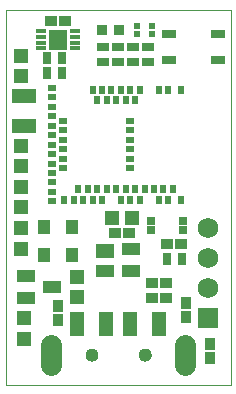
<source format=gts>
G75*
%MOIN*%
%OFA0B0*%
%FSLAX25Y25*%
%IPPOS*%
%LPD*%
%AMOC8*
5,1,8,0,0,1.08239X$1,22.5*
%
%ADD10C,0.00000*%
%ADD11R,0.01975X0.02762*%
%ADD12R,0.02762X0.01975*%
%ADD13R,0.07880X0.04731*%
%ADD14R,0.04652X0.04534*%
%ADD15R,0.04042X0.03313*%
%ADD16R,0.03313X0.04042*%
%ADD17R,0.04534X0.04652*%
%ADD18R,0.06069X0.04337*%
%ADD19R,0.06069X0.05124*%
%ADD20C,0.07000*%
%ADD21C,0.04337*%
%ADD22R,0.05124X0.08274*%
%ADD23R,0.03156X0.03943*%
%ADD24R,0.04528X0.02953*%
%ADD25R,0.02565X0.02565*%
%ADD26R,0.02362X0.01969*%
%ADD27R,0.03943X0.03156*%
%ADD28R,0.06900X0.06900*%
%ADD29C,0.06900*%
%ADD30R,0.05912X0.04337*%
%ADD31R,0.04337X0.05124*%
%ADD32R,0.03550X0.03550*%
%ADD33R,0.03740X0.01575*%
%ADD34R,0.05906X0.06693*%
D10*
X0021345Y0060541D02*
X0021345Y0185541D01*
X0096345Y0185541D01*
X0096345Y0060541D01*
X0021345Y0060541D01*
X0048018Y0070541D02*
X0048020Y0070629D01*
X0048026Y0070717D01*
X0048036Y0070805D01*
X0048050Y0070893D01*
X0048067Y0070979D01*
X0048089Y0071065D01*
X0048114Y0071149D01*
X0048144Y0071233D01*
X0048176Y0071315D01*
X0048213Y0071395D01*
X0048253Y0071474D01*
X0048297Y0071551D01*
X0048344Y0071626D01*
X0048394Y0071698D01*
X0048448Y0071769D01*
X0048504Y0071836D01*
X0048564Y0071902D01*
X0048626Y0071964D01*
X0048692Y0072024D01*
X0048759Y0072080D01*
X0048830Y0072134D01*
X0048902Y0072184D01*
X0048977Y0072231D01*
X0049054Y0072275D01*
X0049133Y0072315D01*
X0049213Y0072352D01*
X0049295Y0072384D01*
X0049379Y0072414D01*
X0049463Y0072439D01*
X0049549Y0072461D01*
X0049635Y0072478D01*
X0049723Y0072492D01*
X0049811Y0072502D01*
X0049899Y0072508D01*
X0049987Y0072510D01*
X0050075Y0072508D01*
X0050163Y0072502D01*
X0050251Y0072492D01*
X0050339Y0072478D01*
X0050425Y0072461D01*
X0050511Y0072439D01*
X0050595Y0072414D01*
X0050679Y0072384D01*
X0050761Y0072352D01*
X0050841Y0072315D01*
X0050920Y0072275D01*
X0050997Y0072231D01*
X0051072Y0072184D01*
X0051144Y0072134D01*
X0051215Y0072080D01*
X0051282Y0072024D01*
X0051348Y0071964D01*
X0051410Y0071902D01*
X0051470Y0071836D01*
X0051526Y0071769D01*
X0051580Y0071698D01*
X0051630Y0071626D01*
X0051677Y0071551D01*
X0051721Y0071474D01*
X0051761Y0071395D01*
X0051798Y0071315D01*
X0051830Y0071233D01*
X0051860Y0071149D01*
X0051885Y0071065D01*
X0051907Y0070979D01*
X0051924Y0070893D01*
X0051938Y0070805D01*
X0051948Y0070717D01*
X0051954Y0070629D01*
X0051956Y0070541D01*
X0051954Y0070453D01*
X0051948Y0070365D01*
X0051938Y0070277D01*
X0051924Y0070189D01*
X0051907Y0070103D01*
X0051885Y0070017D01*
X0051860Y0069933D01*
X0051830Y0069849D01*
X0051798Y0069767D01*
X0051761Y0069687D01*
X0051721Y0069608D01*
X0051677Y0069531D01*
X0051630Y0069456D01*
X0051580Y0069384D01*
X0051526Y0069313D01*
X0051470Y0069246D01*
X0051410Y0069180D01*
X0051348Y0069118D01*
X0051282Y0069058D01*
X0051215Y0069002D01*
X0051144Y0068948D01*
X0051072Y0068898D01*
X0050997Y0068851D01*
X0050920Y0068807D01*
X0050841Y0068767D01*
X0050761Y0068730D01*
X0050679Y0068698D01*
X0050595Y0068668D01*
X0050511Y0068643D01*
X0050425Y0068621D01*
X0050339Y0068604D01*
X0050251Y0068590D01*
X0050163Y0068580D01*
X0050075Y0068574D01*
X0049987Y0068572D01*
X0049899Y0068574D01*
X0049811Y0068580D01*
X0049723Y0068590D01*
X0049635Y0068604D01*
X0049549Y0068621D01*
X0049463Y0068643D01*
X0049379Y0068668D01*
X0049295Y0068698D01*
X0049213Y0068730D01*
X0049133Y0068767D01*
X0049054Y0068807D01*
X0048977Y0068851D01*
X0048902Y0068898D01*
X0048830Y0068948D01*
X0048759Y0069002D01*
X0048692Y0069058D01*
X0048626Y0069118D01*
X0048564Y0069180D01*
X0048504Y0069246D01*
X0048448Y0069313D01*
X0048394Y0069384D01*
X0048344Y0069456D01*
X0048297Y0069531D01*
X0048253Y0069608D01*
X0048213Y0069687D01*
X0048176Y0069767D01*
X0048144Y0069849D01*
X0048114Y0069933D01*
X0048089Y0070017D01*
X0048067Y0070103D01*
X0048050Y0070189D01*
X0048036Y0070277D01*
X0048026Y0070365D01*
X0048020Y0070453D01*
X0048018Y0070541D01*
X0065734Y0070541D02*
X0065736Y0070629D01*
X0065742Y0070717D01*
X0065752Y0070805D01*
X0065766Y0070893D01*
X0065783Y0070979D01*
X0065805Y0071065D01*
X0065830Y0071149D01*
X0065860Y0071233D01*
X0065892Y0071315D01*
X0065929Y0071395D01*
X0065969Y0071474D01*
X0066013Y0071551D01*
X0066060Y0071626D01*
X0066110Y0071698D01*
X0066164Y0071769D01*
X0066220Y0071836D01*
X0066280Y0071902D01*
X0066342Y0071964D01*
X0066408Y0072024D01*
X0066475Y0072080D01*
X0066546Y0072134D01*
X0066618Y0072184D01*
X0066693Y0072231D01*
X0066770Y0072275D01*
X0066849Y0072315D01*
X0066929Y0072352D01*
X0067011Y0072384D01*
X0067095Y0072414D01*
X0067179Y0072439D01*
X0067265Y0072461D01*
X0067351Y0072478D01*
X0067439Y0072492D01*
X0067527Y0072502D01*
X0067615Y0072508D01*
X0067703Y0072510D01*
X0067791Y0072508D01*
X0067879Y0072502D01*
X0067967Y0072492D01*
X0068055Y0072478D01*
X0068141Y0072461D01*
X0068227Y0072439D01*
X0068311Y0072414D01*
X0068395Y0072384D01*
X0068477Y0072352D01*
X0068557Y0072315D01*
X0068636Y0072275D01*
X0068713Y0072231D01*
X0068788Y0072184D01*
X0068860Y0072134D01*
X0068931Y0072080D01*
X0068998Y0072024D01*
X0069064Y0071964D01*
X0069126Y0071902D01*
X0069186Y0071836D01*
X0069242Y0071769D01*
X0069296Y0071698D01*
X0069346Y0071626D01*
X0069393Y0071551D01*
X0069437Y0071474D01*
X0069477Y0071395D01*
X0069514Y0071315D01*
X0069546Y0071233D01*
X0069576Y0071149D01*
X0069601Y0071065D01*
X0069623Y0070979D01*
X0069640Y0070893D01*
X0069654Y0070805D01*
X0069664Y0070717D01*
X0069670Y0070629D01*
X0069672Y0070541D01*
X0069670Y0070453D01*
X0069664Y0070365D01*
X0069654Y0070277D01*
X0069640Y0070189D01*
X0069623Y0070103D01*
X0069601Y0070017D01*
X0069576Y0069933D01*
X0069546Y0069849D01*
X0069514Y0069767D01*
X0069477Y0069687D01*
X0069437Y0069608D01*
X0069393Y0069531D01*
X0069346Y0069456D01*
X0069296Y0069384D01*
X0069242Y0069313D01*
X0069186Y0069246D01*
X0069126Y0069180D01*
X0069064Y0069118D01*
X0068998Y0069058D01*
X0068931Y0069002D01*
X0068860Y0068948D01*
X0068788Y0068898D01*
X0068713Y0068851D01*
X0068636Y0068807D01*
X0068557Y0068767D01*
X0068477Y0068730D01*
X0068395Y0068698D01*
X0068311Y0068668D01*
X0068227Y0068643D01*
X0068141Y0068621D01*
X0068055Y0068604D01*
X0067967Y0068590D01*
X0067879Y0068580D01*
X0067791Y0068574D01*
X0067703Y0068572D01*
X0067615Y0068574D01*
X0067527Y0068580D01*
X0067439Y0068590D01*
X0067351Y0068604D01*
X0067265Y0068621D01*
X0067179Y0068643D01*
X0067095Y0068668D01*
X0067011Y0068698D01*
X0066929Y0068730D01*
X0066849Y0068767D01*
X0066770Y0068807D01*
X0066693Y0068851D01*
X0066618Y0068898D01*
X0066546Y0068948D01*
X0066475Y0069002D01*
X0066408Y0069058D01*
X0066342Y0069118D01*
X0066280Y0069180D01*
X0066220Y0069246D01*
X0066164Y0069313D01*
X0066110Y0069384D01*
X0066060Y0069456D01*
X0066013Y0069531D01*
X0065969Y0069608D01*
X0065929Y0069687D01*
X0065892Y0069767D01*
X0065860Y0069849D01*
X0065830Y0069933D01*
X0065805Y0070017D01*
X0065783Y0070103D01*
X0065766Y0070189D01*
X0065752Y0070277D01*
X0065742Y0070365D01*
X0065736Y0070453D01*
X0065734Y0070541D01*
D11*
X0066079Y0122234D03*
X0064505Y0125778D03*
X0062930Y0122234D03*
X0061355Y0125778D03*
X0059780Y0122234D03*
X0058205Y0125778D03*
X0055056Y0125778D03*
X0053481Y0122234D03*
X0051906Y0125778D03*
X0050331Y0122234D03*
X0048757Y0125778D03*
X0047182Y0122234D03*
X0045607Y0125778D03*
X0044032Y0122234D03*
X0040883Y0122234D03*
X0051906Y0155305D03*
X0053481Y0158848D03*
X0055056Y0155305D03*
X0056631Y0158848D03*
X0058205Y0155305D03*
X0059780Y0158848D03*
X0061355Y0155305D03*
X0062930Y0158848D03*
X0064505Y0155305D03*
X0066079Y0158848D03*
X0072379Y0158848D03*
X0075528Y0158848D03*
X0079859Y0158848D03*
X0077103Y0125778D03*
X0075528Y0122234D03*
X0073953Y0125778D03*
X0072379Y0122234D03*
X0070804Y0125778D03*
X0067654Y0125778D03*
X0079859Y0122234D03*
X0050331Y0158848D03*
D12*
X0040489Y0148415D03*
X0040489Y0145266D03*
X0040489Y0142116D03*
X0040489Y0138967D03*
X0040489Y0135817D03*
X0040489Y0132667D03*
X0036946Y0131093D03*
X0036946Y0134242D03*
X0036946Y0137392D03*
X0036946Y0140541D03*
X0036946Y0143691D03*
X0036946Y0146841D03*
X0036946Y0149990D03*
X0036946Y0153140D03*
X0036946Y0156289D03*
X0036946Y0159439D03*
X0036946Y0127943D03*
X0036946Y0124793D03*
X0036946Y0121644D03*
X0062930Y0132667D03*
X0062930Y0135817D03*
X0062930Y0138967D03*
X0062930Y0142116D03*
X0062930Y0145266D03*
X0062930Y0148415D03*
D13*
X0027595Y0146870D03*
X0027595Y0156713D03*
D14*
X0026345Y0163346D03*
X0026345Y0170236D03*
X0026345Y0140236D03*
X0026345Y0133346D03*
X0026345Y0126486D03*
X0026345Y0119596D03*
X0026345Y0112736D03*
X0026345Y0105846D03*
X0027595Y0082736D03*
X0027595Y0075846D03*
X0045095Y0089596D03*
X0045095Y0096486D03*
D15*
X0057733Y0111166D03*
X0062457Y0111166D03*
X0070233Y0094291D03*
X0070233Y0089291D03*
X0074957Y0089291D03*
X0074957Y0094291D03*
X0075233Y0107416D03*
X0079957Y0107416D03*
X0041207Y0181791D03*
X0036483Y0181791D03*
D16*
X0081345Y0087904D03*
X0081345Y0083179D03*
X0089470Y0074154D03*
X0089470Y0069429D03*
X0038845Y0081929D03*
X0038845Y0086654D03*
D17*
X0056650Y0116166D03*
X0063540Y0116166D03*
D18*
X0063176Y0105844D03*
X0063176Y0098364D03*
X0054514Y0098364D03*
D19*
X0054514Y0105057D03*
D20*
X0036404Y0073841D02*
X0036404Y0067241D01*
X0081286Y0067241D02*
X0081286Y0073841D01*
D21*
X0067703Y0070541D03*
X0049987Y0070541D03*
D22*
X0054908Y0080778D03*
X0062782Y0080778D03*
X0072625Y0080778D03*
X0045066Y0080778D03*
D23*
X0075036Y0102416D03*
X0080154Y0102416D03*
X0040154Y0164291D03*
X0040154Y0169291D03*
X0035036Y0169291D03*
X0035036Y0164291D03*
D24*
X0075676Y0168809D03*
X0075676Y0177274D03*
X0092014Y0177274D03*
X0092014Y0168809D03*
D25*
X0080312Y0115143D03*
X0080312Y0112190D03*
X0069879Y0112190D03*
X0069879Y0115143D03*
D26*
X0070154Y0177288D03*
X0070154Y0180044D03*
X0065036Y0180044D03*
X0065036Y0177288D03*
D27*
X0063845Y0173100D03*
X0063845Y0167982D03*
X0058845Y0167982D03*
X0058845Y0173100D03*
X0053845Y0173100D03*
X0053845Y0167982D03*
X0068845Y0167982D03*
X0068845Y0173100D03*
D28*
X0088845Y0082729D03*
D29*
X0088845Y0092729D03*
X0088845Y0102729D03*
X0088845Y0112729D03*
D30*
X0036926Y0093041D03*
X0028264Y0089301D03*
X0028264Y0096781D03*
D31*
X0034121Y0103666D03*
X0034121Y0113041D03*
X0043570Y0113041D03*
X0043570Y0103666D03*
D32*
X0053392Y0178666D03*
X0059298Y0178666D03*
D33*
X0044554Y0178494D03*
X0044554Y0176526D03*
X0044554Y0174557D03*
X0044554Y0172589D03*
X0033136Y0172589D03*
X0033136Y0174557D03*
X0033136Y0176526D03*
X0033136Y0178494D03*
D34*
X0038845Y0175541D03*
M02*

</source>
